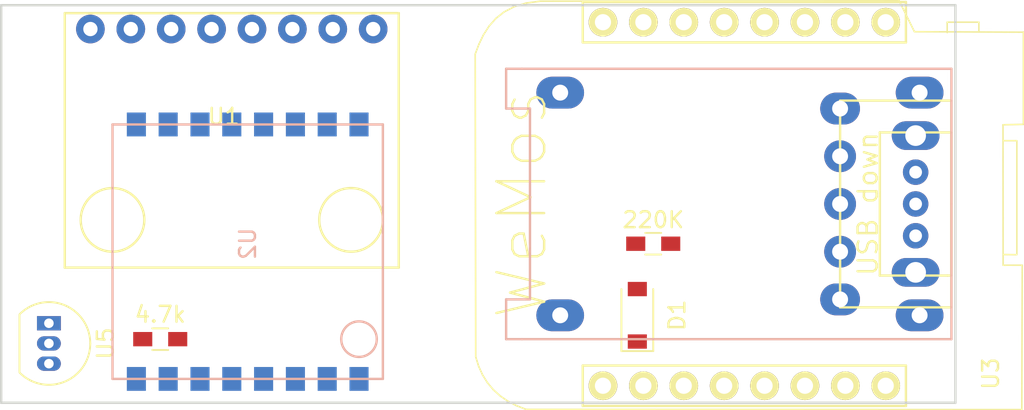
<source format=kicad_pcb>
(kicad_pcb (version 4) (host pcbnew 4.0.7)

  (general
    (links 28)
    (no_connects 28)
    (area 99.924999 99.924999 160.075001 125.075001)
    (thickness 1.6)
    (drawings 4)
    (tracks 0)
    (zones 0)
    (modules 10)
    (nets 32)
  )

  (page A4)
  (layers
    (0 F.Cu signal)
    (31 B.Cu signal)
    (32 B.Adhes user)
    (33 F.Adhes user)
    (34 B.Paste user)
    (35 F.Paste user)
    (36 B.SilkS user)
    (37 F.SilkS user)
    (38 B.Mask user)
    (39 F.Mask user)
    (40 Dwgs.User user)
    (41 Cmts.User user)
    (42 Eco1.User user)
    (43 Eco2.User user)
    (44 Edge.Cuts user)
    (45 Margin user)
    (46 B.CrtYd user)
    (47 F.CrtYd user)
    (48 B.Fab user)
    (49 F.Fab user)
  )

  (setup
    (last_trace_width 0.25)
    (trace_clearance 0.2)
    (zone_clearance 0.508)
    (zone_45_only no)
    (trace_min 0.2)
    (segment_width 0.2)
    (edge_width 0.15)
    (via_size 0.6)
    (via_drill 0.4)
    (via_min_size 0.4)
    (via_min_drill 0.3)
    (uvia_size 0.3)
    (uvia_drill 0.1)
    (uvias_allowed no)
    (uvia_min_size 0.2)
    (uvia_min_drill 0.1)
    (pcb_text_width 0.3)
    (pcb_text_size 1.5 1.5)
    (mod_edge_width 0.15)
    (mod_text_size 1 1)
    (mod_text_width 0.15)
    (pad_size 1.524 1.524)
    (pad_drill 0.762)
    (pad_to_mask_clearance 0.2)
    (aux_axis_origin 0 0)
    (visible_elements 7FFFFF7F)
    (pcbplotparams
      (layerselection 0x00030_80000001)
      (usegerberextensions false)
      (excludeedgelayer true)
      (linewidth 0.100000)
      (plotframeref false)
      (viasonmask false)
      (mode 1)
      (useauxorigin false)
      (hpglpennumber 1)
      (hpglpenspeed 20)
      (hpglpendiameter 15)
      (hpglpenoverlay 2)
      (psnegative false)
      (psa4output false)
      (plotreference true)
      (plotvalue true)
      (plotinvisibletext false)
      (padsonsilk false)
      (subtractmaskfromsilk false)
      (outputformat 1)
      (mirror false)
      (drillshape 1)
      (scaleselection 1)
      (outputdirectory ""))
  )

  (net 0 "")
  (net 1 "Net-(D1-Pad2)")
  (net 2 "Net-(R1-Pad1)")
  (net 3 +5V)
  (net 4 +3V3)
  (net 5 /Temp)
  (net 6 "Net-(SW1-Pad1)")
  (net 7 "Net-(SW1-Pad3)")
  (net 8 "Net-(U1-Pad6)")
  (net 9 /SDA)
  (net 10 "Net-(U1-Pad5)")
  (net 11 /SCL)
  (net 12 "Net-(U1-Pad7)")
  (net 13 GND)
  (net 14 "Net-(U1-Pad8)")
  (net 15 "Net-(U2-Pad8)")
  (net 16 "Net-(U2-Pad7)")
  (net 17 "Net-(U2-Pad6)")
  (net 18 "Net-(U2-Pad5)")
  (net 19 /RES)
  (net 20 /NSS)
  (net 21 /MOSI)
  (net 22 /MISO)
  (net 23 /SCK)
  (net 24 "Net-(U2-Pad11)")
  (net 25 "Net-(U2-Pad10)")
  (net 26 "Net-(U3-Pad8)")
  (net 27 "Net-(U3-Pad7)")
  (net 28 "Net-(U4-Pad4)")
  (net 29 "Net-(U3-Pad5)")
  (net 30 "Net-(U4-Pad1)")
  (net 31 "Net-(SW2-Pad3)")

  (net_class Default "This is the default net class."
    (clearance 0.2)
    (trace_width 0.25)
    (via_dia 0.6)
    (via_drill 0.4)
    (uvia_dia 0.3)
    (uvia_drill 0.1)
    (add_net +3V3)
    (add_net +5V)
    (add_net /MISO)
    (add_net /MOSI)
    (add_net /NSS)
    (add_net /RES)
    (add_net /SCK)
    (add_net /SCL)
    (add_net /SDA)
    (add_net /Temp)
    (add_net GND)
    (add_net "Net-(D1-Pad2)")
    (add_net "Net-(R1-Pad1)")
    (add_net "Net-(SW1-Pad1)")
    (add_net "Net-(SW1-Pad3)")
    (add_net "Net-(SW2-Pad3)")
    (add_net "Net-(U1-Pad5)")
    (add_net "Net-(U1-Pad6)")
    (add_net "Net-(U1-Pad7)")
    (add_net "Net-(U1-Pad8)")
    (add_net "Net-(U2-Pad10)")
    (add_net "Net-(U2-Pad11)")
    (add_net "Net-(U2-Pad5)")
    (add_net "Net-(U2-Pad6)")
    (add_net "Net-(U2-Pad7)")
    (add_net "Net-(U2-Pad8)")
    (add_net "Net-(U3-Pad5)")
    (add_net "Net-(U3-Pad7)")
    (add_net "Net-(U3-Pad8)")
    (add_net "Net-(U4-Pad1)")
    (add_net "Net-(U4-Pad4)")
  )

  (module KiCadCustomLibs:TP4056-shield-6PIN (layer B.Cu) (tedit 5B576578) (tstamp 5B536673)
    (at 146.25 112.5 180)
    (path /5B52FA3D)
    (fp_text reference U4 (at 0.5 0 180) (layer B.SilkS) hide
      (effects (font (size 1 1) (thickness 0.15)) (justify mirror))
    )
    (fp_text value TP4056-shield-6PIN (at 0 7 180) (layer B.Fab) hide
      (effects (font (size 1 1) (thickness 0.15)) (justify mirror))
    )
    (fp_line (start -14.5 -4) (end -9.5 -4) (layer B.Fab) (width 0.15))
    (fp_line (start 13 6) (end 13 -6) (layer B.SilkS) (width 0.15))
    (fp_line (start 13 6) (end 14.5 6) (layer B.SilkS) (width 0.15))
    (fp_line (start 14.5 6) (end 14.5 8.5) (layer B.SilkS) (width 0.15))
    (fp_line (start 14.5 8.5) (end 13.5 8.5) (layer B.SilkS) (width 0.15))
    (fp_line (start 13 -6) (end 14.5 -6) (layer B.SilkS) (width 0.15))
    (fp_line (start 14.5 -6) (end 14.5 -8.5) (layer B.SilkS) (width 0.15))
    (fp_line (start 14.5 -8.5) (end 13.5 -8.5) (layer B.SilkS) (width 0.15))
    (fp_line (start -9.5 -4) (end -9.5 4) (layer B.Fab) (width 0.15))
    (fp_line (start -9.5 4) (end -14.5 4) (layer B.Fab) (width 0.15))
    (fp_line (start -14.5 4) (end -14.5 -4) (layer B.Fab) (width 0.15))
    (fp_line (start -13.5 -8.5) (end -13.5 8.5) (layer B.SilkS) (width 0.15))
    (fp_line (start -13.5 8.5) (end 13.5 8.5) (layer B.SilkS) (width 0.15))
    (fp_line (start 13.5 -8.5) (end -13.5 -8.5) (layer B.SilkS) (width 0.15))
    (pad 3 thru_hole oval (at 11.1 7 180) (size 3 2) (drill 1) (layers *.Cu *.Mask)
      (net 6 "Net-(SW1-Pad1)"))
    (pad 4 thru_hole oval (at 11.1 -7 180) (size 3 2) (drill 1) (layers *.Cu *.Mask)
      (net 28 "Net-(U4-Pad4)"))
    (pad 2 thru_hole oval (at -11.5 -7 180) (size 3 2) (drill 1) (layers *.Cu B.Mask)
      (net 13 GND))
    (pad 1 thru_hole oval (at -11.5 7 180) (size 3 2) (drill 1) (layers *.Cu B.Mask)
      (net 30 "Net-(U4-Pad1)"))
    (model ../../../../../../src/Tennp/Git/KiCadCustomLibs/wrl/TP4056shield.wrl
      (at (xyz 0 0 0))
      (scale (xyz 0.395 0.395 0.395))
      (rotate (xyz 0 0 180))
    )
    (model ../../../../../../src/Tennp/Git/KiCadCustomLibs/wrl/Conn_USB-micro-2.0_socket_right-angle.wrl
      (at (xyz -0.47 0 0.047))
      (scale (xyz 1 1 1))
      (rotate (xyz 0 0 0))
    )
  )

  (module SS-12F23 (layer F.Cu) (tedit 5B57058F) (tstamp 5B5726F2)
    (at 152.75 112.5 270)
    (path /5B570A3C)
    (fp_text reference SW2 (at 0.5 -2 270) (layer F.SilkS) hide
      (effects (font (size 1 1) (thickness 0.15)))
    )
    (fp_text value SW_SPDT (at 0 -4.25 270) (layer F.Fab)
      (effects (font (size 1 1) (thickness 0.15)))
    )
    (fp_line (start 0 -7) (end 0 -11) (layer F.Fab) (width 0.15))
    (fp_line (start 0 -11) (end -3 -11) (layer F.Fab) (width 0.15))
    (fp_line (start -3 -11) (end -3 -7) (layer F.Fab) (width 0.15))
    (fp_line (start 0 0) (end 6.5 0) (layer F.SilkS) (width 0.15))
    (fp_line (start 6.5 0) (end 6.5 -7) (layer F.SilkS) (width 0.15))
    (fp_line (start 6.5 -7) (end -6.5 -7) (layer F.SilkS) (width 0.15))
    (fp_line (start -6.5 -7) (end -6.5 0) (layer F.SilkS) (width 0.15))
    (fp_line (start -6.5 0) (end 0 0) (layer F.SilkS) (width 0.15))
    (pad 1 thru_hole circle (at 3 0 270) (size 2 2) (drill 1) (layers *.Cu *.Mask)
      (net 6 "Net-(SW1-Pad1)"))
    (pad "" thru_hole oval (at 6 0 270) (size 2 2.5) (drill 1) (layers *.Cu *.Mask))
    (pad "" thru_hole oval (at -6 0 270) (size 2 2.5) (drill 1) (layers *.Cu *.Mask))
    (pad 3 thru_hole circle (at -3 0 270) (size 2 2) (drill 1) (layers *.Cu *.Mask)
      (net 31 "Net-(SW2-Pad3)"))
    (pad 2 thru_hole circle (at 0 0 270) (size 2 2) (drill 1) (layers *.Cu *.Mask)
      (net 3 +5V))
    (model ../../../../../../src/Tennp/Git/KiCadCustomLibs/wrl/SS-12F23.wrl
      (at (xyz 0 0.12 0))
      (scale (xyz 0.395 0.395 0.395))
      (rotate (xyz 0 0 180))
    )
  )

  (module wemos_D1_mini_board (layer F.Cu) (tedit 5B539083) (tstamp 5B5370B0)
    (at 148 112.5 90)
    (path /5B51F8AA)
    (fp_text reference U3 (at -10.668 14.224 90) (layer F.SilkS)
      (effects (font (size 1 1) (thickness 0.15)))
    )
    (fp_text value WeMos_mini (at 0.01 -10.17 90) (layer F.Fab) hide
      (effects (font (size 1 1) (thickness 0.15)))
    )
    (fp_line (start -3.19 15.85) (end -3.18 15.02) (layer F.SilkS) (width 0.1))
    (fp_line (start 3.98 15.86) (end 3.98 15.04) (layer F.SilkS) (width 0.1))
    (fp_text user "USB down" (at 0 6.5 90) (layer F.SilkS)
      (effects (font (size 1.2 1.2) (thickness 0.15)))
    )
    (fp_line (start 10.16 -11.43) (end 12.7 -11.43) (layer F.SilkS) (width 0.15))
    (fp_line (start 12.7 -11.43) (end 12.7 8.89) (layer F.SilkS) (width 0.15))
    (fp_line (start 12.7 8.89) (end 10.16 8.89) (layer F.SilkS) (width 0.15))
    (fp_line (start 10.16 8.89) (end 10.16 -11.43) (layer F.SilkS) (width 0.15))
    (fp_line (start -12.7 -11.43) (end -10.16 -11.43) (layer F.SilkS) (width 0.15))
    (fp_line (start -10.16 -11.43) (end -10.16 8.89) (layer F.SilkS) (width 0.15))
    (fp_line (start -10.16 8.89) (end -12.7 8.89) (layer F.SilkS) (width 0.15))
    (fp_line (start -12.7 8.89) (end -12.7 -11.43) (layer F.SilkS) (width 0.15))
    (fp_text user WeMos (at 0 -15.24 90) (layer F.SilkS)
      (effects (font (size 3 3) (thickness 0.15)))
    )
    (fp_line (start 10.817472 16.277228) (end 5.00618 16.277228) (layer F.SilkS) (width 0.1))
    (fp_line (start 5.00618 16.277228) (end 4.979849 14.993795) (layer F.SilkS) (width 0.1))
    (fp_line (start 4.979849 14.993795) (end -3.851373 15.000483) (layer F.SilkS) (width 0.1))
    (fp_line (start -3.851373 15.000483) (end -3.849397 16.202736) (layer F.SilkS) (width 0.1))
    (fp_line (start -3.849397 16.202736) (end -12.930193 16.176658) (layer F.SilkS) (width 0.1))
    (fp_line (start -12.930193 16.176658) (end -12.916195 -14.993493) (layer F.SilkS) (width 0.1))
    (fp_line (start -12.916195 -14.993493) (end -12.683384 -15.596286) (layer F.SilkS) (width 0.1))
    (fp_line (start -12.683384 -15.596286) (end -12.399901 -16.141167) (layer F.SilkS) (width 0.1))
    (fp_line (start -12.399901 -16.141167) (end -12.065253 -16.627577) (layer F.SilkS) (width 0.1))
    (fp_line (start -12.065253 -16.627577) (end -11.678953 -17.054952) (layer F.SilkS) (width 0.1))
    (fp_line (start -11.678953 -17.054952) (end -11.240512 -17.422741) (layer F.SilkS) (width 0.1))
    (fp_line (start -11.240512 -17.422741) (end -10.74944 -17.730377) (layer F.SilkS) (width 0.1))
    (fp_line (start -10.74944 -17.730377) (end -10.20525 -17.97731) (layer F.SilkS) (width 0.1))
    (fp_line (start -10.20525 -17.97731) (end -9.607453 -18.162976) (layer F.SilkS) (width 0.1))
    (fp_line (start -9.607453 -18.162976) (end 9.43046 -18.191734) (layer F.SilkS) (width 0.1))
    (fp_line (start 9.43046 -18.191734) (end 10.049824 -17.957741) (layer F.SilkS) (width 0.1))
    (fp_line (start 10.049824 -17.957741) (end 10.638018 -17.673258) (layer F.SilkS) (width 0.1))
    (fp_line (start 10.638018 -17.673258) (end 11.181445 -17.323743) (layer F.SilkS) (width 0.1))
    (fp_line (start 11.181445 -17.323743) (end 11.666503 -16.894658) (layer F.SilkS) (width 0.1))
    (fp_line (start 11.666503 -16.894658) (end 12.079595 -16.37146) (layer F.SilkS) (width 0.1))
    (fp_line (start 12.079595 -16.37146) (end 12.407122 -15.739613) (layer F.SilkS) (width 0.1))
    (fp_line (start 12.407122 -15.739613) (end 12.635482 -14.984575) (layer F.SilkS) (width 0.1))
    (fp_line (start 12.635482 -14.984575) (end 12.751078 -14.091807) (layer F.SilkS) (width 0.1))
    (fp_line (start 12.751078 -14.091807) (end 12.776026 8.463285) (layer F.SilkS) (width 0.1))
    (fp_line (start 12.776026 8.463285) (end 10.83248 9.424181) (layer F.SilkS) (width 0.1))
    (fp_line (start 10.83248 9.424181) (end 10.802686 16.232524) (layer F.SilkS) (width 0.1))
    (fp_line (start 3.959931 15.865188) (end -3.17965 15.865188) (layer F.SilkS) (width 0.1))
    (fp_line (start 10.778878 11.483738) (end 11.431517 11.483738) (layer F.SilkS) (width 0.1))
    (fp_line (start 11.431517 11.483738) (end 11.431517 13.476932) (layer F.SilkS) (width 0.1))
    (fp_line (start 11.431517 13.476932) (end 10.814156 13.476932) (layer F.SilkS) (width 0.1))
    (pad 9 thru_hole circle (at -11.43 -10.16 90) (size 1.8 1.8) (drill 1.016) (layers *.Cu *.Mask F.SilkS)
      (net 1 "Net-(D1-Pad2)"))
    (pad 10 thru_hole circle (at -11.43 -7.62 90) (size 1.8 1.8) (drill 1.016) (layers *.Cu *.Mask F.SilkS)
      (net 2 "Net-(R1-Pad1)"))
    (pad 11 thru_hole circle (at -11.43 -5.08 90) (size 1.8 1.8) (drill 1.016) (layers *.Cu *.Mask F.SilkS)
      (net 19 /RES))
    (pad 12 thru_hole circle (at -11.43 -2.54 90) (size 1.8 1.8) (drill 1.016) (layers *.Cu *.Mask F.SilkS)
      (net 23 /SCK))
    (pad 13 thru_hole circle (at -11.43 0 90) (size 1.8 1.8) (drill 1.016) (layers *.Cu *.Mask F.SilkS)
      (net 22 /MISO))
    (pad 14 thru_hole circle (at -11.43 2.54 90) (size 1.8 1.8) (drill 1.016) (layers *.Cu *.Mask F.SilkS)
      (net 21 /MOSI))
    (pad 15 thru_hole circle (at -11.43 5.08 90) (size 1.8 1.8) (drill 1.016) (layers *.Cu *.Mask F.SilkS)
      (net 20 /NSS))
    (pad 16 thru_hole circle (at -11.43 7.62 90) (size 1.8 1.8) (drill 1.016) (layers *.Cu *.Mask F.SilkS)
      (net 4 +3V3))
    (pad 1 thru_hole circle (at 11.43 7.62 90) (size 1.8 1.8) (drill 1.016) (layers *.Cu *.Mask F.SilkS)
      (net 3 +5V))
    (pad 2 thru_hole circle (at 11.43 5.08 90) (size 1.8 1.8) (drill 1.016) (layers *.Cu *.Mask F.SilkS)
      (net 13 GND))
    (pad 3 thru_hole circle (at 11.43 2.54 90) (size 1.8 1.8) (drill 1.016) (layers *.Cu *.Mask F.SilkS)
      (net 11 /SCL))
    (pad 4 thru_hole circle (at 11.43 0 90) (size 1.8 1.8) (drill 1.016) (layers *.Cu *.Mask F.SilkS)
      (net 9 /SDA))
    (pad 5 thru_hole circle (at 11.43 -2.54 90) (size 1.8 1.8) (drill 1.016) (layers *.Cu *.Mask F.SilkS)
      (net 29 "Net-(U3-Pad5)"))
    (pad 6 thru_hole circle (at 11.43 -5.08 90) (size 1.8 1.8) (drill 1.016) (layers *.Cu *.Mask F.SilkS)
      (net 5 /Temp))
    (pad 7 thru_hole circle (at 11.43 -7.62 90) (size 1.8 1.8) (drill 1.016) (layers *.Cu *.Mask F.SilkS)
      (net 27 "Net-(U3-Pad7)"))
    (pad 8 thru_hole circle (at 11.43 -10.16 90) (size 1.8 1.8) (drill 1.016) (layers *.Cu *.Mask F.SilkS)
      (net 26 "Net-(U3-Pad8)"))
    (model Socket_Strips.3dshapes/Socket_Strip_Straight_1x08_Pitch2.54mm.wrl
      (at (xyz 0.45 0.05 0))
      (scale (xyz 1 1 1))
      (rotate (xyz 0 0 270))
    )
    (model Socket_Strips.3dshapes/Socket_Strip_Straight_1x08_Pitch2.54mm.wrl
      (at (xyz -0.45 0.05 0))
      (scale (xyz 1 1 1))
      (rotate (xyz 0 0 270))
    )
    (model ../../../../../../src/Tennp/Git/KiCadCustomLibs/wrl/wemosd1mini.wrl
      (at (xyz 0 0 0.35))
      (scale (xyz 0.4 0.4 0.4))
      (rotate (xyz 0 0 180))
    )
    (model ../../../../../../src/Tennp/Git/KiCadCustomLibs/wrl/Molex_Mirco_USB_105017-0001.wrl
      (at (xyz 0 -0.47 0.34))
      (scale (xyz 1 1 1))
      (rotate (xyz 0 180 0))
    )
  )

  (module LoRa_Ra-02 (layer B.Cu) (tedit 5B534EB0) (tstamp 5B536612)
    (at 115.5 115.5 90)
    (path /5B53510B)
    (fp_text reference U2 (at 0.5 0 90) (layer B.SilkS)
      (effects (font (size 1 1) (thickness 0.15)) (justify mirror))
    )
    (fp_text value LoRa_Ra-02 (at 0 -7 90) (layer B.Fab)
      (effects (font (size 1 1) (thickness 0.15)) (justify mirror))
    )
    (fp_circle (center -5.5 7) (end -5 6) (layer B.SilkS) (width 0.15))
    (fp_line (start 8 -8.5) (end 8 8.5) (layer B.SilkS) (width 0.15))
    (fp_line (start 8 8.5) (end -8 8.5) (layer B.SilkS) (width 0.15))
    (fp_line (start -8 8.5) (end -8 -8.5) (layer B.SilkS) (width 0.15))
    (fp_line (start -8 -8.5) (end 8 -8.5) (layer B.SilkS) (width 0.15))
    (pad 8 smd rect (at -8 -7 90) (size 1.5 1.2) (layers B.Cu B.Paste B.Mask)
      (net 15 "Net-(U2-Pad8)"))
    (pad 7 smd rect (at -8 -5 90) (size 1.5 1.2) (layers B.Cu B.Paste B.Mask)
      (net 16 "Net-(U2-Pad7)"))
    (pad 6 smd rect (at -8 -3 90) (size 1.5 1.2) (layers B.Cu B.Paste B.Mask)
      (net 17 "Net-(U2-Pad6)"))
    (pad 5 smd rect (at -8 -1 90) (size 1.5 1.2) (layers B.Cu B.Paste B.Mask)
      (net 18 "Net-(U2-Pad5)"))
    (pad 4 smd rect (at -8 1 90) (size 1.5 1.2) (layers B.Cu B.Paste B.Mask)
      (net 19 /RES))
    (pad 3 smd rect (at -8 3 90) (size 1.5 1.2) (layers B.Cu B.Paste B.Mask)
      (net 4 +3V3))
    (pad 2 smd rect (at -8 5 90) (size 1.5 1.2) (layers B.Cu B.Paste B.Mask)
      (net 13 GND))
    (pad 1 smd rect (at -8 7 90) (size 1.5 1.2) (layers B.Cu B.Paste B.Mask)
      (net 13 GND))
    (pad 16 smd rect (at 8 7 90) (size 1.5 1.2) (layers B.Cu B.Paste B.Mask)
      (net 13 GND))
    (pad 15 smd rect (at 8 5 90) (size 1.5 1.2) (layers B.Cu B.Paste B.Mask)
      (net 20 /NSS))
    (pad 14 smd rect (at 8 3 90) (size 1.5 1.2) (layers B.Cu B.Paste B.Mask)
      (net 21 /MOSI))
    (pad 13 smd rect (at 8 1 90) (size 1.5 1.2) (layers B.Cu B.Paste B.Mask)
      (net 22 /MISO))
    (pad 12 smd rect (at 8 -1 90) (size 1.5 1.2) (layers B.Cu B.Paste B.Mask)
      (net 23 /SCK))
    (pad 11 smd rect (at 8 -3 90) (size 1.5 1.2) (layers B.Cu B.Paste B.Mask)
      (net 24 "Net-(U2-Pad11)"))
    (pad 10 smd rect (at 8 -5 90) (size 1.5 1.2) (layers B.Cu B.Paste B.Mask)
      (net 25 "Net-(U2-Pad10)"))
    (pad 9 smd rect (at 8 -7 90) (size 1.5 1.2) (layers B.Cu B.Paste B.Mask)
      (net 13 GND))
    (model ../../../../../../src/Tennp/Git/KiCadCustomLibs/wrl/LoRa_Ra-02.wrl
      (at (xyz 0 0 0.03))
      (scale (xyz 0.395 0.395 0.395))
      (rotate (xyz 0 0 90))
    )
  )

  (module GY-521 (layer F.Cu) (tedit 5B52E0F1) (tstamp 5B5365F9)
    (at 114.5 108.5 180)
    (path /5B524184)
    (fp_text reference U1 (at 0.5 1.5 180) (layer F.SilkS)
      (effects (font (size 1 1) (thickness 0.15)))
    )
    (fp_text value GY-521 (at 0 -6.5 180) (layer F.Fab)
      (effects (font (size 1 1) (thickness 0.15)))
    )
    (fp_circle (center -7.5 -5) (end -7.5 -7) (layer F.SilkS) (width 0.15))
    (fp_circle (center 7.5 -5) (end 7.5 -7) (layer F.SilkS) (width 0.15))
    (fp_line (start 10.5 8) (end -10.5 8) (layer F.SilkS) (width 0.15))
    (fp_line (start -10.5 8) (end -10.5 -8) (layer F.SilkS) (width 0.15))
    (fp_line (start -10.5 -8) (end 10.5 -8) (layer F.SilkS) (width 0.15))
    (fp_line (start 10.5 -8) (end 10.5 8) (layer F.SilkS) (width 0.15))
    (pad 6 thru_hole circle (at 1.27 7 180) (size 1.8 1.8) (drill 0.9) (layers *.Cu *.Mask)
      (net 8 "Net-(U1-Pad6)"))
    (pad 4 thru_hole circle (at -1.27 7 180) (size 1.8 1.8) (drill 0.9) (layers *.Cu *.Mask)
      (net 9 /SDA))
    (pad 5 thru_hole circle (at 3.81 7 180) (size 1.8 1.8) (drill 0.9) (layers *.Cu *.Mask)
      (net 10 "Net-(U1-Pad5)"))
    (pad 3 thru_hole circle (at -3.81 7 180) (size 1.8 1.8) (drill 0.9) (layers *.Cu *.Mask)
      (net 11 /SCL))
    (pad 7 thru_hole circle (at 6.35 7 180) (size 1.8 1.8) (drill 0.9) (layers *.Cu *.Mask)
      (net 12 "Net-(U1-Pad7)"))
    (pad 2 thru_hole circle (at -6.35 7 180) (size 1.8 1.8) (drill 0.9) (layers *.Cu *.Mask)
      (net 13 GND))
    (pad 8 thru_hole circle (at 8.89 7 180) (size 1.8 1.8) (drill 0.9) (layers *.Cu *.Mask)
      (net 14 "Net-(U1-Pad8)"))
    (pad 1 thru_hole circle (at -8.89 7 180) (size 1.8 1.8) (drill 0.9) (layers *.Cu *.Mask)
      (net 3 +5V))
    (model ../../../../../../src/Tennp/Git/KiCadCustomLibs/wrl/GY-521.wrl
      (at (xyz 0 0 0.04))
      (scale (xyz 0.395 0.395 0.395))
      (rotate (xyz 0 0 180))
    )
  )

  (module Diodes_SMD:D_SOD-123 (layer F.Cu) (tedit 5B5393FD) (tstamp 5B53658A)
    (at 140 119.5 90)
    (descr SOD-123)
    (tags SOD-123)
    (path /5B533FAC)
    (attr smd)
    (fp_text reference D1 (at 0 2.5 90) (layer F.SilkS)
      (effects (font (size 1 1) (thickness 0.15)))
    )
    (fp_text value Schottky (at 0 2.1 90) (layer F.Fab)
      (effects (font (size 1 1) (thickness 0.15)))
    )
    (fp_text user %R (at 0 -2 90) (layer F.Fab)
      (effects (font (size 1 1) (thickness 0.15)))
    )
    (fp_line (start -2.25 -1) (end -2.25 1) (layer F.SilkS) (width 0.12))
    (fp_line (start 0.25 0) (end 0.75 0) (layer F.Fab) (width 0.1))
    (fp_line (start 0.25 0.4) (end -0.35 0) (layer F.Fab) (width 0.1))
    (fp_line (start 0.25 -0.4) (end 0.25 0.4) (layer F.Fab) (width 0.1))
    (fp_line (start -0.35 0) (end 0.25 -0.4) (layer F.Fab) (width 0.1))
    (fp_line (start -0.35 0) (end -0.35 0.55) (layer F.Fab) (width 0.1))
    (fp_line (start -0.35 0) (end -0.35 -0.55) (layer F.Fab) (width 0.1))
    (fp_line (start -0.75 0) (end -0.35 0) (layer F.Fab) (width 0.1))
    (fp_line (start -1.4 0.9) (end -1.4 -0.9) (layer F.Fab) (width 0.1))
    (fp_line (start 1.4 0.9) (end -1.4 0.9) (layer F.Fab) (width 0.1))
    (fp_line (start 1.4 -0.9) (end 1.4 0.9) (layer F.Fab) (width 0.1))
    (fp_line (start -1.4 -0.9) (end 1.4 -0.9) (layer F.Fab) (width 0.1))
    (fp_line (start -2.35 -1.15) (end 2.35 -1.15) (layer F.CrtYd) (width 0.05))
    (fp_line (start 2.35 -1.15) (end 2.35 1.15) (layer F.CrtYd) (width 0.05))
    (fp_line (start 2.35 1.15) (end -2.35 1.15) (layer F.CrtYd) (width 0.05))
    (fp_line (start -2.35 -1.15) (end -2.35 1.15) (layer F.CrtYd) (width 0.05))
    (fp_line (start -2.25 1) (end 1.65 1) (layer F.SilkS) (width 0.12))
    (fp_line (start -2.25 -1) (end 1.65 -1) (layer F.SilkS) (width 0.12))
    (pad 1 smd rect (at -1.65 0 90) (size 0.9 1.2) (layers F.Cu F.Paste F.Mask)
      (net 19 /RES))
    (pad 2 smd rect (at 1.65 0 90) (size 0.9 1.2) (layers F.Cu F.Paste F.Mask)
      (net 1 "Net-(D1-Pad2)"))
    (model ${KISYS3DMOD}/Diodes_SMD.3dshapes/D_SOD-123.wrl
      (at (xyz 0 0 0))
      (scale (xyz 1 1 1))
      (rotate (xyz 0 0 0))
    )
  )

  (module TO_SOT_Packages_THT:TO-92_Inline_Narrow_Oval (layer F.Cu) (tedit 5B5393A8) (tstamp 5B536685)
    (at 103 120 270)
    (descr "TO-92 leads in-line, narrow, oval pads, drill 0.6mm (see NXP sot054_po.pdf)")
    (tags "to-92 sc-43 sc-43a sot54 PA33 transistor")
    (path /5B530966)
    (fp_text reference U5 (at 1.27 -3.56 270) (layer F.SilkS)
      (effects (font (size 1 1) (thickness 0.15)))
    )
    (fp_text value DS18B20 (at 1.27 2.79 270) (layer F.Fab) hide
      (effects (font (size 1 1) (thickness 0.15)))
    )
    (fp_text user %R (at 1.27 -3.56 270) (layer F.Fab)
      (effects (font (size 1 1) (thickness 0.15)))
    )
    (fp_line (start -0.53 1.85) (end 3.07 1.85) (layer F.SilkS) (width 0.12))
    (fp_line (start -0.5 1.75) (end 3 1.75) (layer F.Fab) (width 0.1))
    (fp_line (start -1.46 -2.73) (end 4 -2.73) (layer F.CrtYd) (width 0.05))
    (fp_line (start -1.46 -2.73) (end -1.46 2.01) (layer F.CrtYd) (width 0.05))
    (fp_line (start 4 2.01) (end 4 -2.73) (layer F.CrtYd) (width 0.05))
    (fp_line (start 4 2.01) (end -1.46 2.01) (layer F.CrtYd) (width 0.05))
    (fp_arc (start 1.27 0) (end 1.27 -2.48) (angle 135) (layer F.Fab) (width 0.1))
    (fp_arc (start 1.27 0) (end 1.27 -2.6) (angle -135) (layer F.SilkS) (width 0.12))
    (fp_arc (start 1.27 0) (end 1.27 -2.48) (angle -135) (layer F.Fab) (width 0.1))
    (fp_arc (start 1.27 0) (end 1.27 -2.6) (angle 135) (layer F.SilkS) (width 0.12))
    (pad 2 thru_hole oval (at 1.27 0 90) (size 0.9 1.5) (drill 0.6) (layers *.Cu *.Mask)
      (net 5 /Temp))
    (pad 3 thru_hole oval (at 2.54 0 90) (size 0.9 1.5) (drill 0.6) (layers *.Cu *.Mask)
      (net 3 +5V))
    (pad 1 thru_hole rect (at 0 0 90) (size 0.9 1.5) (drill 0.6) (layers *.Cu *.Mask)
      (net 13 GND))
    (model ${KISYS3DMOD}/TO_SOT_Packages_THT.3dshapes/TO-92_Inline_Narrow_Oval.wrl
      (at (xyz 0.05 0 0))
      (scale (xyz 1 1 1))
      (rotate (xyz 0 0 -90))
    )
  )

  (module Resistors_SMD:R_0603_HandSoldering (layer F.Cu) (tedit 5B5393BD) (tstamp 5B5365D7)
    (at 110 121 180)
    (descr "Resistor SMD 0603, hand soldering")
    (tags "resistor 0603")
    (path /5B52FEF3)
    (attr smd)
    (fp_text reference R2 (at 0 -1.45 180) (layer F.SilkS) hide
      (effects (font (size 1 1) (thickness 0.15)))
    )
    (fp_text value 4.7k (at 0 1.55 180) (layer F.SilkS)
      (effects (font (size 1 1) (thickness 0.15)))
    )
    (fp_text user %R (at 0 0 180) (layer F.Fab)
      (effects (font (size 0.4 0.4) (thickness 0.075)))
    )
    (fp_line (start -0.8 0.4) (end -0.8 -0.4) (layer F.Fab) (width 0.1))
    (fp_line (start 0.8 0.4) (end -0.8 0.4) (layer F.Fab) (width 0.1))
    (fp_line (start 0.8 -0.4) (end 0.8 0.4) (layer F.Fab) (width 0.1))
    (fp_line (start -0.8 -0.4) (end 0.8 -0.4) (layer F.Fab) (width 0.1))
    (fp_line (start 0.5 0.68) (end -0.5 0.68) (layer F.SilkS) (width 0.12))
    (fp_line (start -0.5 -0.68) (end 0.5 -0.68) (layer F.SilkS) (width 0.12))
    (fp_line (start -1.96 -0.7) (end 1.95 -0.7) (layer F.CrtYd) (width 0.05))
    (fp_line (start -1.96 -0.7) (end -1.96 0.7) (layer F.CrtYd) (width 0.05))
    (fp_line (start 1.95 0.7) (end 1.95 -0.7) (layer F.CrtYd) (width 0.05))
    (fp_line (start 1.95 0.7) (end -1.96 0.7) (layer F.CrtYd) (width 0.05))
    (pad 1 smd rect (at -1.1 0 180) (size 1.2 0.9) (layers F.Cu F.Paste F.Mask)
      (net 4 +3V3))
    (pad 2 smd rect (at 1.1 0 180) (size 1.2 0.9) (layers F.Cu F.Paste F.Mask)
      (net 5 /Temp))
    (model ${KISYS3DMOD}/Resistors_SMD.3dshapes/R_0603.wrl
      (at (xyz 0 0 0))
      (scale (xyz 1 1 1))
      (rotate (xyz 0 0 0))
    )
  )

  (module Resistors_SMD:R_0603_HandSoldering (layer F.Cu) (tedit 5B5393EC) (tstamp 5B5365C6)
    (at 141 115)
    (descr "Resistor SMD 0603, hand soldering")
    (tags "resistor 0603")
    (path /5B530487)
    (attr smd)
    (fp_text reference R1 (at 0 -1.45) (layer F.SilkS) hide
      (effects (font (size 1 1) (thickness 0.15)))
    )
    (fp_text value 220K (at 0 -1.5) (layer F.SilkS)
      (effects (font (size 1 1) (thickness 0.15)))
    )
    (fp_text user %R (at 0 0) (layer F.Fab)
      (effects (font (size 0.4 0.4) (thickness 0.075)))
    )
    (fp_line (start -0.8 0.4) (end -0.8 -0.4) (layer F.Fab) (width 0.1))
    (fp_line (start 0.8 0.4) (end -0.8 0.4) (layer F.Fab) (width 0.1))
    (fp_line (start 0.8 -0.4) (end 0.8 0.4) (layer F.Fab) (width 0.1))
    (fp_line (start -0.8 -0.4) (end 0.8 -0.4) (layer F.Fab) (width 0.1))
    (fp_line (start 0.5 0.68) (end -0.5 0.68) (layer F.SilkS) (width 0.12))
    (fp_line (start -0.5 -0.68) (end 0.5 -0.68) (layer F.SilkS) (width 0.12))
    (fp_line (start -1.96 -0.7) (end 1.95 -0.7) (layer F.CrtYd) (width 0.05))
    (fp_line (start -1.96 -0.7) (end -1.96 0.7) (layer F.CrtYd) (width 0.05))
    (fp_line (start 1.95 0.7) (end 1.95 -0.7) (layer F.CrtYd) (width 0.05))
    (fp_line (start 1.95 0.7) (end -1.96 0.7) (layer F.CrtYd) (width 0.05))
    (pad 1 smd rect (at -1.1 0) (size 1.2 0.9) (layers F.Cu F.Paste F.Mask)
      (net 2 "Net-(R1-Pad1)"))
    (pad 2 smd rect (at 1.1 0) (size 1.2 0.9) (layers F.Cu F.Paste F.Mask)
      (net 3 +5V))
    (model ${KISYS3DMOD}/Resistors_SMD.3dshapes/R_0603.wrl
      (at (xyz 0 0 0))
      (scale (xyz 1 1 1))
      (rotate (xyz 0 0 0))
    )
  )

  (module KiCadCustomLibs:SK12D07VG3 (layer F.Cu) (tedit 5B57058A) (tstamp 5B5726E1)
    (at 157.5 112.5 90)
    (path /5B570AC9)
    (fp_text reference SW1 (at 0.25 -1.5 90) (layer F.SilkS) hide
      (effects (font (size 1 1) (thickness 0.15)))
    )
    (fp_text value SW_SPDT (at 0 -3 90) (layer F.Fab) hide
      (effects (font (size 1 1) (thickness 0.15)))
    )
    (fp_line (start 0 2.25) (end 0 6.25) (layer F.Fab) (width 0.15))
    (fp_line (start 0 6.25) (end -2 6.25) (layer F.Fab) (width 0.15))
    (fp_line (start -2 6.25) (end -2 2.25) (layer F.Fab) (width 0.15))
    (fp_line (start 0 2.25) (end 4.5 2.25) (layer F.SilkS) (width 0.15))
    (fp_line (start 4.5 2.25) (end 4.5 -2.25) (layer F.SilkS) (width 0.15))
    (fp_line (start 4.5 -2.25) (end -4.5 -2.25) (layer F.SilkS) (width 0.15))
    (fp_line (start -4.5 -2.25) (end -4.5 2) (layer F.SilkS) (width 0.15))
    (fp_line (start -4.5 2) (end -4.5 2.25) (layer F.SilkS) (width 0.15))
    (fp_line (start -4.5 2.25) (end 0 2.25) (layer F.SilkS) (width 0.15))
    (pad "" thru_hole oval (at -4.3 0 90) (size 1.8 3) (drill 1.3) (layers *.Cu *.Mask))
    (pad "" thru_hole oval (at 4.3 0 90) (size 1.8 3) (drill 1.3) (layers *.Cu *.Mask))
    (pad 1 thru_hole circle (at -2 0 90) (size 1.6 1.6) (drill 0.8) (layers *.Cu *.Mask)
      (net 6 "Net-(SW1-Pad1)"))
    (pad 3 thru_hole circle (at 2 0 90) (size 1.6 1.6) (drill 0.8) (layers *.Cu *.Mask)
      (net 7 "Net-(SW1-Pad3)"))
    (pad 2 thru_hole circle (at 0 0 90) (size 1.6 1.6) (drill 0.8) (layers *.Cu *.Mask)
      (net 3 +5V))
    (model ../../../../../../src/Tennp/Git/KiCadCustomLibs/wrl/SK12D07VG3.wrl
      (at (xyz 0 0 0))
      (scale (xyz 0.395 0.395 0.395))
      (rotate (xyz 0 0 0))
    )
  )

  (gr_line (start 100 125) (end 100 100) (angle 90) (layer Edge.Cuts) (width 0.15))
  (gr_line (start 160 125) (end 100 125) (angle 90) (layer Edge.Cuts) (width 0.15))
  (gr_line (start 160 100) (end 160 125) (angle 90) (layer Edge.Cuts) (width 0.15))
  (gr_line (start 100 100) (end 160 100) (angle 90) (layer Edge.Cuts) (width 0.15))

)

</source>
